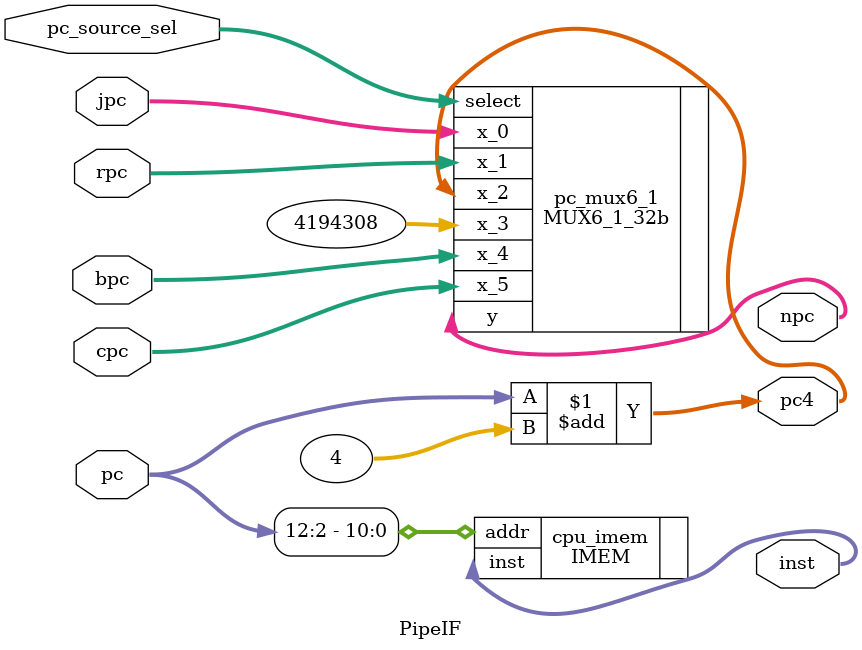
<source format=v>
`timescale 1ns / 1ps

/* Instruction Fetch */ 
module PipeIF(
    input [31:0] pc,
    input [31:0] cpc,       // Ð­´¦ÀíÆ÷µÄÌø×ªµØÖ·
    input [31:0] bpc,       // ·ÖÖ§¼ÆËãµÄÌø×ªµØÖ·
    input [31:0] rpc,       // ¼Ä´æÆ÷µÄÌø×ªµØÖ·
    input [31:0] jpc,       // Ìø×ªÖ¸ÁîµÄÌø×ªµØÖ·
    input [2:0] pc_source_sel,   // ³ÌÐò¼ÆÊýÆ÷Ô´Ñ¡ÔñÐÅºÅ
    output [31:0] npc,      // ÏÂÒ»¸ö³ÌÐò¼ÆÊýÆ÷£¨PC£©Öµ
    output [31:0] pc4,      // µ±Ç° PC Öµ¼Ó4
    output [31:0] inst      // È¡³öµÄÖ¸Áî
    );
    
    assign pc4 = pc + 32'h4;

    IMEM cpu_imem(
        .addr(pc[12:2]),
        .inst(inst)
    );

    /* Ñ¡ÔñÏÂÒ»¸öPCµÄÖµ¸ønpc */
    MUX6_1_32b pc_mux6_1(
        .x_0(jpc),
        .x_1(rpc),
        .x_2(pc4),
        .x_3(32'h00400004),
        .x_4(bpc),
        .x_5(cpc),
        .select(pc_source_sel),
        .y(npc)
    );

endmodule
</source>
